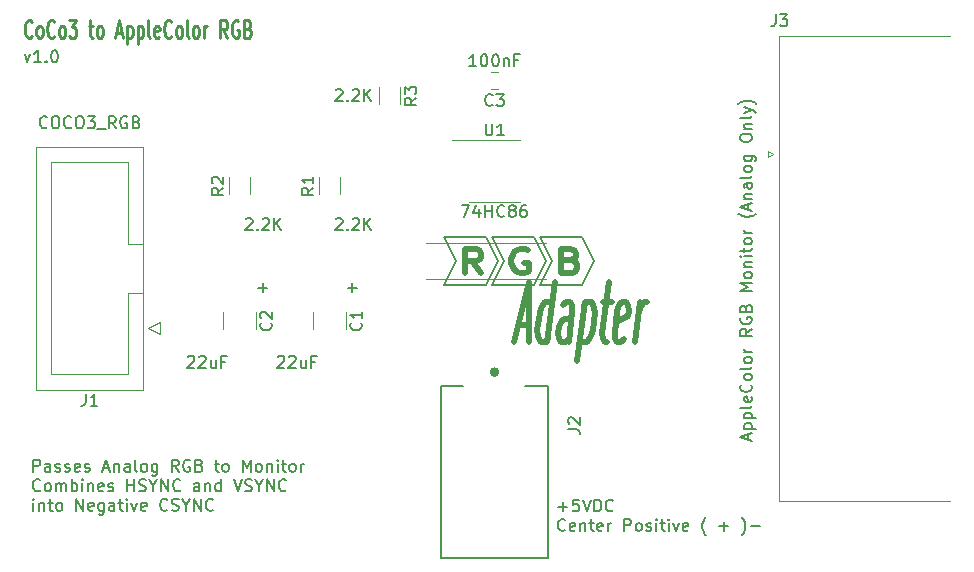
<source format=gto>
G04 #@! TF.GenerationSoftware,KiCad,Pcbnew,(5.1.10)-1*
G04 #@! TF.CreationDate,2021-08-27T17:33:28-04:00*
G04 #@! TF.ProjectId,Coco3AppleRGB,436f636f-3341-4707-906c-655247422e6b,rev?*
G04 #@! TF.SameCoordinates,Original*
G04 #@! TF.FileFunction,Legend,Top*
G04 #@! TF.FilePolarity,Positive*
%FSLAX46Y46*%
G04 Gerber Fmt 4.6, Leading zero omitted, Abs format (unit mm)*
G04 Created by KiCad (PCBNEW (5.1.10)-1) date 2021-08-27 17:33:28*
%MOMM*%
%LPD*%
G01*
G04 APERTURE LIST*
%ADD10C,0.120000*%
%ADD11C,0.500000*%
%ADD12C,0.200000*%
%ADD13C,0.150000*%
%ADD14C,0.250000*%
%ADD15C,0.127000*%
%ADD16C,0.400000*%
G04 APERTURE END LIST*
D10*
X91948000Y-103124000D02*
X81788000Y-103124000D01*
X91948000Y-100076000D02*
X81788000Y-100076000D01*
D11*
X89607440Y-107005333D02*
X90559821Y-107005333D01*
X89238392Y-108433904D02*
X90530059Y-103433904D01*
X90571726Y-108433904D01*
X92095535Y-108433904D02*
X92720535Y-103433904D01*
X92125297Y-108195809D02*
X91905059Y-108433904D01*
X91524107Y-108433904D01*
X91363392Y-108195809D01*
X91297916Y-107957714D01*
X91262202Y-107481523D01*
X91440773Y-106052952D01*
X91595535Y-105576761D01*
X91720535Y-105338666D01*
X91940773Y-105100571D01*
X92321726Y-105100571D01*
X92482440Y-105338666D01*
X93905059Y-108433904D02*
X94232440Y-105814857D01*
X94196726Y-105338666D01*
X94036011Y-105100571D01*
X93655059Y-105100571D01*
X93434821Y-105338666D01*
X93934821Y-108195809D02*
X93714583Y-108433904D01*
X93238392Y-108433904D01*
X93077678Y-108195809D01*
X93041964Y-107719619D01*
X93101488Y-107243428D01*
X93256250Y-106767238D01*
X93476488Y-106529142D01*
X93952678Y-106529142D01*
X94172916Y-106291047D01*
X95274107Y-105100571D02*
X94649107Y-110100571D01*
X95244345Y-105338666D02*
X95464583Y-105100571D01*
X95845535Y-105100571D01*
X96006250Y-105338666D01*
X96071726Y-105576761D01*
X96107440Y-106052952D01*
X95928869Y-107481523D01*
X95774107Y-107957714D01*
X95649107Y-108195809D01*
X95428869Y-108433904D01*
X95047916Y-108433904D01*
X94887202Y-108195809D01*
X96797916Y-105100571D02*
X97559821Y-105100571D01*
X97291964Y-103433904D02*
X96756250Y-107719619D01*
X96791964Y-108195809D01*
X96952678Y-108433904D01*
X97143154Y-108433904D01*
X98601488Y-108195809D02*
X98381250Y-108433904D01*
X98000297Y-108433904D01*
X97839583Y-108195809D01*
X97803869Y-107719619D01*
X98041964Y-105814857D01*
X98196726Y-105338666D01*
X98416964Y-105100571D01*
X98797916Y-105100571D01*
X98958630Y-105338666D01*
X98994345Y-105814857D01*
X98934821Y-106291047D01*
X97922916Y-106767238D01*
X99524107Y-108433904D02*
X99940773Y-105100571D01*
X99821726Y-106052952D02*
X99976488Y-105576761D01*
X100101488Y-105338666D01*
X100321726Y-105100571D01*
X100512202Y-105100571D01*
X94058571Y-101557142D02*
X94415714Y-101652380D01*
X94534761Y-101747619D01*
X94653809Y-101938095D01*
X94653809Y-102223809D01*
X94534761Y-102414285D01*
X94415714Y-102509523D01*
X94177619Y-102604761D01*
X93225238Y-102604761D01*
X93225238Y-100604761D01*
X94058571Y-100604761D01*
X94296666Y-100700000D01*
X94415714Y-100795238D01*
X94534761Y-100985714D01*
X94534761Y-101176190D01*
X94415714Y-101366666D01*
X94296666Y-101461904D01*
X94058571Y-101557142D01*
X93225238Y-101557142D01*
X90470761Y-100700000D02*
X90232666Y-100604761D01*
X89875523Y-100604761D01*
X89518380Y-100700000D01*
X89280285Y-100890476D01*
X89161238Y-101080952D01*
X89042190Y-101461904D01*
X89042190Y-101747619D01*
X89161238Y-102128571D01*
X89280285Y-102319047D01*
X89518380Y-102509523D01*
X89875523Y-102604761D01*
X90113619Y-102604761D01*
X90470761Y-102509523D01*
X90589809Y-102414285D01*
X90589809Y-101747619D01*
X90113619Y-101747619D01*
X86525809Y-102604761D02*
X85692476Y-101652380D01*
X85097238Y-102604761D02*
X85097238Y-100604761D01*
X86049619Y-100604761D01*
X86287714Y-100700000D01*
X86406761Y-100795238D01*
X86525809Y-100985714D01*
X86525809Y-101271428D01*
X86406761Y-101461904D01*
X86287714Y-101557142D01*
X86049619Y-101652380D01*
X85097238Y-101652380D01*
D12*
X94996000Y-103632000D02*
X91440000Y-103632000D01*
X96012000Y-101600000D02*
X94996000Y-103632000D01*
X94996000Y-99568000D02*
X96012000Y-101600000D01*
X94488000Y-99568000D02*
X94996000Y-99568000D01*
X91440000Y-99568000D02*
X94488000Y-99568000D01*
X92456000Y-101600000D02*
X91440000Y-99568000D01*
X91440000Y-103632000D02*
X92456000Y-101600000D01*
X90932000Y-99568000D02*
X87376000Y-99568000D01*
X91948000Y-101600000D02*
X90932000Y-99568000D01*
X90932000Y-103632000D02*
X91948000Y-101600000D01*
X87376000Y-103632000D02*
X90932000Y-103632000D01*
X88392000Y-101600000D02*
X87376000Y-103632000D01*
X87376000Y-99568000D02*
X88392000Y-101600000D01*
X84328000Y-101600000D02*
X83312000Y-99568000D01*
X83312000Y-103632000D02*
X84328000Y-101600000D01*
X86868000Y-103632000D02*
X83312000Y-103632000D01*
X87884000Y-101600000D02*
X86868000Y-103632000D01*
X86868000Y-99568000D02*
X87884000Y-101600000D01*
X83312000Y-99568000D02*
X86868000Y-99568000D01*
D13*
X109132666Y-116742952D02*
X109132666Y-116266761D01*
X109418380Y-116838190D02*
X108418380Y-116504857D01*
X109418380Y-116171523D01*
X108751714Y-115838190D02*
X109751714Y-115838190D01*
X108799333Y-115838190D02*
X108751714Y-115742952D01*
X108751714Y-115552476D01*
X108799333Y-115457238D01*
X108846952Y-115409619D01*
X108942190Y-115362000D01*
X109227904Y-115362000D01*
X109323142Y-115409619D01*
X109370761Y-115457238D01*
X109418380Y-115552476D01*
X109418380Y-115742952D01*
X109370761Y-115838190D01*
X108751714Y-114933428D02*
X109751714Y-114933428D01*
X108799333Y-114933428D02*
X108751714Y-114838190D01*
X108751714Y-114647714D01*
X108799333Y-114552476D01*
X108846952Y-114504857D01*
X108942190Y-114457238D01*
X109227904Y-114457238D01*
X109323142Y-114504857D01*
X109370761Y-114552476D01*
X109418380Y-114647714D01*
X109418380Y-114838190D01*
X109370761Y-114933428D01*
X109418380Y-113885809D02*
X109370761Y-113981047D01*
X109275523Y-114028666D01*
X108418380Y-114028666D01*
X109370761Y-113123904D02*
X109418380Y-113219142D01*
X109418380Y-113409619D01*
X109370761Y-113504857D01*
X109275523Y-113552476D01*
X108894571Y-113552476D01*
X108799333Y-113504857D01*
X108751714Y-113409619D01*
X108751714Y-113219142D01*
X108799333Y-113123904D01*
X108894571Y-113076285D01*
X108989809Y-113076285D01*
X109085047Y-113552476D01*
X109323142Y-112076285D02*
X109370761Y-112123904D01*
X109418380Y-112266761D01*
X109418380Y-112362000D01*
X109370761Y-112504857D01*
X109275523Y-112600095D01*
X109180285Y-112647714D01*
X108989809Y-112695333D01*
X108846952Y-112695333D01*
X108656476Y-112647714D01*
X108561238Y-112600095D01*
X108466000Y-112504857D01*
X108418380Y-112362000D01*
X108418380Y-112266761D01*
X108466000Y-112123904D01*
X108513619Y-112076285D01*
X109418380Y-111504857D02*
X109370761Y-111600095D01*
X109323142Y-111647714D01*
X109227904Y-111695333D01*
X108942190Y-111695333D01*
X108846952Y-111647714D01*
X108799333Y-111600095D01*
X108751714Y-111504857D01*
X108751714Y-111362000D01*
X108799333Y-111266761D01*
X108846952Y-111219142D01*
X108942190Y-111171523D01*
X109227904Y-111171523D01*
X109323142Y-111219142D01*
X109370761Y-111266761D01*
X109418380Y-111362000D01*
X109418380Y-111504857D01*
X109418380Y-110600095D02*
X109370761Y-110695333D01*
X109275523Y-110742952D01*
X108418380Y-110742952D01*
X109418380Y-110076285D02*
X109370761Y-110171523D01*
X109323142Y-110219142D01*
X109227904Y-110266761D01*
X108942190Y-110266761D01*
X108846952Y-110219142D01*
X108799333Y-110171523D01*
X108751714Y-110076285D01*
X108751714Y-109933428D01*
X108799333Y-109838190D01*
X108846952Y-109790571D01*
X108942190Y-109742952D01*
X109227904Y-109742952D01*
X109323142Y-109790571D01*
X109370761Y-109838190D01*
X109418380Y-109933428D01*
X109418380Y-110076285D01*
X109418380Y-109314380D02*
X108751714Y-109314380D01*
X108942190Y-109314380D02*
X108846952Y-109266761D01*
X108799333Y-109219142D01*
X108751714Y-109123904D01*
X108751714Y-109028666D01*
X109418380Y-107362000D02*
X108942190Y-107695333D01*
X109418380Y-107933428D02*
X108418380Y-107933428D01*
X108418380Y-107552476D01*
X108466000Y-107457238D01*
X108513619Y-107409619D01*
X108608857Y-107362000D01*
X108751714Y-107362000D01*
X108846952Y-107409619D01*
X108894571Y-107457238D01*
X108942190Y-107552476D01*
X108942190Y-107933428D01*
X108466000Y-106409619D02*
X108418380Y-106504857D01*
X108418380Y-106647714D01*
X108466000Y-106790571D01*
X108561238Y-106885809D01*
X108656476Y-106933428D01*
X108846952Y-106981047D01*
X108989809Y-106981047D01*
X109180285Y-106933428D01*
X109275523Y-106885809D01*
X109370761Y-106790571D01*
X109418380Y-106647714D01*
X109418380Y-106552476D01*
X109370761Y-106409619D01*
X109323142Y-106362000D01*
X108989809Y-106362000D01*
X108989809Y-106552476D01*
X108894571Y-105600095D02*
X108942190Y-105457238D01*
X108989809Y-105409619D01*
X109085047Y-105362000D01*
X109227904Y-105362000D01*
X109323142Y-105409619D01*
X109370761Y-105457238D01*
X109418380Y-105552476D01*
X109418380Y-105933428D01*
X108418380Y-105933428D01*
X108418380Y-105600095D01*
X108466000Y-105504857D01*
X108513619Y-105457238D01*
X108608857Y-105409619D01*
X108704095Y-105409619D01*
X108799333Y-105457238D01*
X108846952Y-105504857D01*
X108894571Y-105600095D01*
X108894571Y-105933428D01*
X109418380Y-104171523D02*
X108418380Y-104171523D01*
X109132666Y-103838190D01*
X108418380Y-103504857D01*
X109418380Y-103504857D01*
X109418380Y-102885809D02*
X109370761Y-102981047D01*
X109323142Y-103028666D01*
X109227904Y-103076285D01*
X108942190Y-103076285D01*
X108846952Y-103028666D01*
X108799333Y-102981047D01*
X108751714Y-102885809D01*
X108751714Y-102742952D01*
X108799333Y-102647714D01*
X108846952Y-102600095D01*
X108942190Y-102552476D01*
X109227904Y-102552476D01*
X109323142Y-102600095D01*
X109370761Y-102647714D01*
X109418380Y-102742952D01*
X109418380Y-102885809D01*
X108751714Y-102123904D02*
X109418380Y-102123904D01*
X108846952Y-102123904D02*
X108799333Y-102076285D01*
X108751714Y-101981047D01*
X108751714Y-101838190D01*
X108799333Y-101742952D01*
X108894571Y-101695333D01*
X109418380Y-101695333D01*
X109418380Y-101219142D02*
X108751714Y-101219142D01*
X108418380Y-101219142D02*
X108466000Y-101266761D01*
X108513619Y-101219142D01*
X108466000Y-101171523D01*
X108418380Y-101219142D01*
X108513619Y-101219142D01*
X108751714Y-100885809D02*
X108751714Y-100504857D01*
X108418380Y-100742952D02*
X109275523Y-100742952D01*
X109370761Y-100695333D01*
X109418380Y-100600095D01*
X109418380Y-100504857D01*
X109418380Y-100028666D02*
X109370761Y-100123904D01*
X109323142Y-100171523D01*
X109227904Y-100219142D01*
X108942190Y-100219142D01*
X108846952Y-100171523D01*
X108799333Y-100123904D01*
X108751714Y-100028666D01*
X108751714Y-99885809D01*
X108799333Y-99790571D01*
X108846952Y-99742952D01*
X108942190Y-99695333D01*
X109227904Y-99695333D01*
X109323142Y-99742952D01*
X109370761Y-99790571D01*
X109418380Y-99885809D01*
X109418380Y-100028666D01*
X109418380Y-99266761D02*
X108751714Y-99266761D01*
X108942190Y-99266761D02*
X108846952Y-99219142D01*
X108799333Y-99171523D01*
X108751714Y-99076285D01*
X108751714Y-98981047D01*
X109799333Y-97600095D02*
X109751714Y-97647714D01*
X109608857Y-97742952D01*
X109513619Y-97790571D01*
X109370761Y-97838190D01*
X109132666Y-97885809D01*
X108942190Y-97885809D01*
X108704095Y-97838190D01*
X108561238Y-97790571D01*
X108466000Y-97742952D01*
X108323142Y-97647714D01*
X108275523Y-97600095D01*
X109132666Y-97266761D02*
X109132666Y-96790571D01*
X109418380Y-97362000D02*
X108418380Y-97028666D01*
X109418380Y-96695333D01*
X108751714Y-96362000D02*
X109418380Y-96362000D01*
X108846952Y-96362000D02*
X108799333Y-96314380D01*
X108751714Y-96219142D01*
X108751714Y-96076285D01*
X108799333Y-95981047D01*
X108894571Y-95933428D01*
X109418380Y-95933428D01*
X109418380Y-95028666D02*
X108894571Y-95028666D01*
X108799333Y-95076285D01*
X108751714Y-95171523D01*
X108751714Y-95362000D01*
X108799333Y-95457238D01*
X109370761Y-95028666D02*
X109418380Y-95123904D01*
X109418380Y-95362000D01*
X109370761Y-95457238D01*
X109275523Y-95504857D01*
X109180285Y-95504857D01*
X109085047Y-95457238D01*
X109037428Y-95362000D01*
X109037428Y-95123904D01*
X108989809Y-95028666D01*
X109418380Y-94409619D02*
X109370761Y-94504857D01*
X109275523Y-94552476D01*
X108418380Y-94552476D01*
X109418380Y-93885809D02*
X109370761Y-93981047D01*
X109323142Y-94028666D01*
X109227904Y-94076285D01*
X108942190Y-94076285D01*
X108846952Y-94028666D01*
X108799333Y-93981047D01*
X108751714Y-93885809D01*
X108751714Y-93742952D01*
X108799333Y-93647714D01*
X108846952Y-93600095D01*
X108942190Y-93552476D01*
X109227904Y-93552476D01*
X109323142Y-93600095D01*
X109370761Y-93647714D01*
X109418380Y-93742952D01*
X109418380Y-93885809D01*
X108751714Y-92695333D02*
X109561238Y-92695333D01*
X109656476Y-92742952D01*
X109704095Y-92790571D01*
X109751714Y-92885809D01*
X109751714Y-93028666D01*
X109704095Y-93123904D01*
X109370761Y-92695333D02*
X109418380Y-92790571D01*
X109418380Y-92981047D01*
X109370761Y-93076285D01*
X109323142Y-93123904D01*
X109227904Y-93171523D01*
X108942190Y-93171523D01*
X108846952Y-93123904D01*
X108799333Y-93076285D01*
X108751714Y-92981047D01*
X108751714Y-92790571D01*
X108799333Y-92695333D01*
X108418380Y-91266761D02*
X108418380Y-91076285D01*
X108466000Y-90981047D01*
X108561238Y-90885809D01*
X108751714Y-90838190D01*
X109085047Y-90838190D01*
X109275523Y-90885809D01*
X109370761Y-90981047D01*
X109418380Y-91076285D01*
X109418380Y-91266761D01*
X109370761Y-91362000D01*
X109275523Y-91457238D01*
X109085047Y-91504857D01*
X108751714Y-91504857D01*
X108561238Y-91457238D01*
X108466000Y-91362000D01*
X108418380Y-91266761D01*
X108751714Y-90409619D02*
X109418380Y-90409619D01*
X108846952Y-90409619D02*
X108799333Y-90362000D01*
X108751714Y-90266761D01*
X108751714Y-90123904D01*
X108799333Y-90028666D01*
X108894571Y-89981047D01*
X109418380Y-89981047D01*
X109418380Y-89362000D02*
X109370761Y-89457238D01*
X109275523Y-89504857D01*
X108418380Y-89504857D01*
X108751714Y-89076285D02*
X109418380Y-88838190D01*
X108751714Y-88600095D02*
X109418380Y-88838190D01*
X109656476Y-88933428D01*
X109704095Y-88981047D01*
X109751714Y-89076285D01*
X109799333Y-88314380D02*
X109751714Y-88266761D01*
X109608857Y-88171523D01*
X109513619Y-88123904D01*
X109370761Y-88076285D01*
X109132666Y-88028666D01*
X108942190Y-88028666D01*
X108704095Y-88076285D01*
X108561238Y-88123904D01*
X108466000Y-88171523D01*
X108323142Y-88266761D01*
X108275523Y-88314380D01*
X93045595Y-122436428D02*
X93807500Y-122436428D01*
X93426547Y-122817380D02*
X93426547Y-122055476D01*
X94759880Y-121817380D02*
X94283690Y-121817380D01*
X94236071Y-122293571D01*
X94283690Y-122245952D01*
X94378928Y-122198333D01*
X94617023Y-122198333D01*
X94712261Y-122245952D01*
X94759880Y-122293571D01*
X94807500Y-122388809D01*
X94807500Y-122626904D01*
X94759880Y-122722142D01*
X94712261Y-122769761D01*
X94617023Y-122817380D01*
X94378928Y-122817380D01*
X94283690Y-122769761D01*
X94236071Y-122722142D01*
X95093214Y-121817380D02*
X95426547Y-122817380D01*
X95759880Y-121817380D01*
X96093214Y-122817380D02*
X96093214Y-121817380D01*
X96331309Y-121817380D01*
X96474166Y-121865000D01*
X96569404Y-121960238D01*
X96617023Y-122055476D01*
X96664642Y-122245952D01*
X96664642Y-122388809D01*
X96617023Y-122579285D01*
X96569404Y-122674523D01*
X96474166Y-122769761D01*
X96331309Y-122817380D01*
X96093214Y-122817380D01*
X97664642Y-122722142D02*
X97617023Y-122769761D01*
X97474166Y-122817380D01*
X97378928Y-122817380D01*
X97236071Y-122769761D01*
X97140833Y-122674523D01*
X97093214Y-122579285D01*
X97045595Y-122388809D01*
X97045595Y-122245952D01*
X97093214Y-122055476D01*
X97140833Y-121960238D01*
X97236071Y-121865000D01*
X97378928Y-121817380D01*
X97474166Y-121817380D01*
X97617023Y-121865000D01*
X97664642Y-121912619D01*
X93617023Y-124372142D02*
X93569404Y-124419761D01*
X93426547Y-124467380D01*
X93331309Y-124467380D01*
X93188452Y-124419761D01*
X93093214Y-124324523D01*
X93045595Y-124229285D01*
X92997976Y-124038809D01*
X92997976Y-123895952D01*
X93045595Y-123705476D01*
X93093214Y-123610238D01*
X93188452Y-123515000D01*
X93331309Y-123467380D01*
X93426547Y-123467380D01*
X93569404Y-123515000D01*
X93617023Y-123562619D01*
X94426547Y-124419761D02*
X94331309Y-124467380D01*
X94140833Y-124467380D01*
X94045595Y-124419761D01*
X93997976Y-124324523D01*
X93997976Y-123943571D01*
X94045595Y-123848333D01*
X94140833Y-123800714D01*
X94331309Y-123800714D01*
X94426547Y-123848333D01*
X94474166Y-123943571D01*
X94474166Y-124038809D01*
X93997976Y-124134047D01*
X94902738Y-123800714D02*
X94902738Y-124467380D01*
X94902738Y-123895952D02*
X94950357Y-123848333D01*
X95045595Y-123800714D01*
X95188452Y-123800714D01*
X95283690Y-123848333D01*
X95331309Y-123943571D01*
X95331309Y-124467380D01*
X95664642Y-123800714D02*
X96045595Y-123800714D01*
X95807500Y-123467380D02*
X95807500Y-124324523D01*
X95855119Y-124419761D01*
X95950357Y-124467380D01*
X96045595Y-124467380D01*
X96759880Y-124419761D02*
X96664642Y-124467380D01*
X96474166Y-124467380D01*
X96378928Y-124419761D01*
X96331309Y-124324523D01*
X96331309Y-123943571D01*
X96378928Y-123848333D01*
X96474166Y-123800714D01*
X96664642Y-123800714D01*
X96759880Y-123848333D01*
X96807500Y-123943571D01*
X96807500Y-124038809D01*
X96331309Y-124134047D01*
X97236071Y-124467380D02*
X97236071Y-123800714D01*
X97236071Y-123991190D02*
X97283690Y-123895952D01*
X97331309Y-123848333D01*
X97426547Y-123800714D01*
X97521785Y-123800714D01*
X98617023Y-124467380D02*
X98617023Y-123467380D01*
X98997976Y-123467380D01*
X99093214Y-123515000D01*
X99140833Y-123562619D01*
X99188452Y-123657857D01*
X99188452Y-123800714D01*
X99140833Y-123895952D01*
X99093214Y-123943571D01*
X98997976Y-123991190D01*
X98617023Y-123991190D01*
X99759880Y-124467380D02*
X99664642Y-124419761D01*
X99617023Y-124372142D01*
X99569404Y-124276904D01*
X99569404Y-123991190D01*
X99617023Y-123895952D01*
X99664642Y-123848333D01*
X99759880Y-123800714D01*
X99902738Y-123800714D01*
X99997976Y-123848333D01*
X100045595Y-123895952D01*
X100093214Y-123991190D01*
X100093214Y-124276904D01*
X100045595Y-124372142D01*
X99997976Y-124419761D01*
X99902738Y-124467380D01*
X99759880Y-124467380D01*
X100474166Y-124419761D02*
X100569404Y-124467380D01*
X100759880Y-124467380D01*
X100855119Y-124419761D01*
X100902738Y-124324523D01*
X100902738Y-124276904D01*
X100855119Y-124181666D01*
X100759880Y-124134047D01*
X100617023Y-124134047D01*
X100521785Y-124086428D01*
X100474166Y-123991190D01*
X100474166Y-123943571D01*
X100521785Y-123848333D01*
X100617023Y-123800714D01*
X100759880Y-123800714D01*
X100855119Y-123848333D01*
X101331309Y-124467380D02*
X101331309Y-123800714D01*
X101331309Y-123467380D02*
X101283690Y-123515000D01*
X101331309Y-123562619D01*
X101378928Y-123515000D01*
X101331309Y-123467380D01*
X101331309Y-123562619D01*
X101664642Y-123800714D02*
X102045595Y-123800714D01*
X101807500Y-123467380D02*
X101807500Y-124324523D01*
X101855119Y-124419761D01*
X101950357Y-124467380D01*
X102045595Y-124467380D01*
X102378928Y-124467380D02*
X102378928Y-123800714D01*
X102378928Y-123467380D02*
X102331309Y-123515000D01*
X102378928Y-123562619D01*
X102426547Y-123515000D01*
X102378928Y-123467380D01*
X102378928Y-123562619D01*
X102759880Y-123800714D02*
X102997976Y-124467380D01*
X103236071Y-123800714D01*
X103997976Y-124419761D02*
X103902738Y-124467380D01*
X103712261Y-124467380D01*
X103617023Y-124419761D01*
X103569404Y-124324523D01*
X103569404Y-123943571D01*
X103617023Y-123848333D01*
X103712261Y-123800714D01*
X103902738Y-123800714D01*
X103997976Y-123848333D01*
X104045595Y-123943571D01*
X104045595Y-124038809D01*
X103569404Y-124134047D01*
X105521785Y-124848333D02*
X105474166Y-124800714D01*
X105378928Y-124657857D01*
X105331309Y-124562619D01*
X105283690Y-124419761D01*
X105236071Y-124181666D01*
X105236071Y-123991190D01*
X105283690Y-123753095D01*
X105331309Y-123610238D01*
X105378928Y-123515000D01*
X105474166Y-123372142D01*
X105521785Y-123324523D01*
X106664642Y-124086428D02*
X107426547Y-124086428D01*
X107045595Y-124467380D02*
X107045595Y-123705476D01*
X108569404Y-124848333D02*
X108617023Y-124800714D01*
X108712261Y-124657857D01*
X108759880Y-124562619D01*
X108807500Y-124419761D01*
X108855119Y-124181666D01*
X108855119Y-123991190D01*
X108807500Y-123753095D01*
X108759880Y-123610238D01*
X108712261Y-123515000D01*
X108617023Y-123372142D01*
X108569404Y-123324523D01*
X109331309Y-124086428D02*
X110093214Y-124086428D01*
X48595595Y-119452380D02*
X48595595Y-118452380D01*
X48976547Y-118452380D01*
X49071785Y-118500000D01*
X49119404Y-118547619D01*
X49167023Y-118642857D01*
X49167023Y-118785714D01*
X49119404Y-118880952D01*
X49071785Y-118928571D01*
X48976547Y-118976190D01*
X48595595Y-118976190D01*
X50024166Y-119452380D02*
X50024166Y-118928571D01*
X49976547Y-118833333D01*
X49881309Y-118785714D01*
X49690833Y-118785714D01*
X49595595Y-118833333D01*
X50024166Y-119404761D02*
X49928928Y-119452380D01*
X49690833Y-119452380D01*
X49595595Y-119404761D01*
X49547976Y-119309523D01*
X49547976Y-119214285D01*
X49595595Y-119119047D01*
X49690833Y-119071428D01*
X49928928Y-119071428D01*
X50024166Y-119023809D01*
X50452738Y-119404761D02*
X50547976Y-119452380D01*
X50738452Y-119452380D01*
X50833690Y-119404761D01*
X50881309Y-119309523D01*
X50881309Y-119261904D01*
X50833690Y-119166666D01*
X50738452Y-119119047D01*
X50595595Y-119119047D01*
X50500357Y-119071428D01*
X50452738Y-118976190D01*
X50452738Y-118928571D01*
X50500357Y-118833333D01*
X50595595Y-118785714D01*
X50738452Y-118785714D01*
X50833690Y-118833333D01*
X51262261Y-119404761D02*
X51357500Y-119452380D01*
X51547976Y-119452380D01*
X51643214Y-119404761D01*
X51690833Y-119309523D01*
X51690833Y-119261904D01*
X51643214Y-119166666D01*
X51547976Y-119119047D01*
X51405119Y-119119047D01*
X51309880Y-119071428D01*
X51262261Y-118976190D01*
X51262261Y-118928571D01*
X51309880Y-118833333D01*
X51405119Y-118785714D01*
X51547976Y-118785714D01*
X51643214Y-118833333D01*
X52500357Y-119404761D02*
X52405119Y-119452380D01*
X52214642Y-119452380D01*
X52119404Y-119404761D01*
X52071785Y-119309523D01*
X52071785Y-118928571D01*
X52119404Y-118833333D01*
X52214642Y-118785714D01*
X52405119Y-118785714D01*
X52500357Y-118833333D01*
X52547976Y-118928571D01*
X52547976Y-119023809D01*
X52071785Y-119119047D01*
X52928928Y-119404761D02*
X53024166Y-119452380D01*
X53214642Y-119452380D01*
X53309880Y-119404761D01*
X53357500Y-119309523D01*
X53357500Y-119261904D01*
X53309880Y-119166666D01*
X53214642Y-119119047D01*
X53071785Y-119119047D01*
X52976547Y-119071428D01*
X52928928Y-118976190D01*
X52928928Y-118928571D01*
X52976547Y-118833333D01*
X53071785Y-118785714D01*
X53214642Y-118785714D01*
X53309880Y-118833333D01*
X54500357Y-119166666D02*
X54976547Y-119166666D01*
X54405119Y-119452380D02*
X54738452Y-118452380D01*
X55071785Y-119452380D01*
X55405119Y-118785714D02*
X55405119Y-119452380D01*
X55405119Y-118880952D02*
X55452738Y-118833333D01*
X55547976Y-118785714D01*
X55690833Y-118785714D01*
X55786071Y-118833333D01*
X55833690Y-118928571D01*
X55833690Y-119452380D01*
X56738452Y-119452380D02*
X56738452Y-118928571D01*
X56690833Y-118833333D01*
X56595595Y-118785714D01*
X56405119Y-118785714D01*
X56309880Y-118833333D01*
X56738452Y-119404761D02*
X56643214Y-119452380D01*
X56405119Y-119452380D01*
X56309880Y-119404761D01*
X56262261Y-119309523D01*
X56262261Y-119214285D01*
X56309880Y-119119047D01*
X56405119Y-119071428D01*
X56643214Y-119071428D01*
X56738452Y-119023809D01*
X57357500Y-119452380D02*
X57262261Y-119404761D01*
X57214642Y-119309523D01*
X57214642Y-118452380D01*
X57881309Y-119452380D02*
X57786071Y-119404761D01*
X57738452Y-119357142D01*
X57690833Y-119261904D01*
X57690833Y-118976190D01*
X57738452Y-118880952D01*
X57786071Y-118833333D01*
X57881309Y-118785714D01*
X58024166Y-118785714D01*
X58119404Y-118833333D01*
X58167023Y-118880952D01*
X58214642Y-118976190D01*
X58214642Y-119261904D01*
X58167023Y-119357142D01*
X58119404Y-119404761D01*
X58024166Y-119452380D01*
X57881309Y-119452380D01*
X59071785Y-118785714D02*
X59071785Y-119595238D01*
X59024166Y-119690476D01*
X58976547Y-119738095D01*
X58881309Y-119785714D01*
X58738452Y-119785714D01*
X58643214Y-119738095D01*
X59071785Y-119404761D02*
X58976547Y-119452380D01*
X58786071Y-119452380D01*
X58690833Y-119404761D01*
X58643214Y-119357142D01*
X58595595Y-119261904D01*
X58595595Y-118976190D01*
X58643214Y-118880952D01*
X58690833Y-118833333D01*
X58786071Y-118785714D01*
X58976547Y-118785714D01*
X59071785Y-118833333D01*
X60881309Y-119452380D02*
X60547976Y-118976190D01*
X60309880Y-119452380D02*
X60309880Y-118452380D01*
X60690833Y-118452380D01*
X60786071Y-118500000D01*
X60833690Y-118547619D01*
X60881309Y-118642857D01*
X60881309Y-118785714D01*
X60833690Y-118880952D01*
X60786071Y-118928571D01*
X60690833Y-118976190D01*
X60309880Y-118976190D01*
X61833690Y-118500000D02*
X61738452Y-118452380D01*
X61595595Y-118452380D01*
X61452738Y-118500000D01*
X61357500Y-118595238D01*
X61309880Y-118690476D01*
X61262261Y-118880952D01*
X61262261Y-119023809D01*
X61309880Y-119214285D01*
X61357500Y-119309523D01*
X61452738Y-119404761D01*
X61595595Y-119452380D01*
X61690833Y-119452380D01*
X61833690Y-119404761D01*
X61881309Y-119357142D01*
X61881309Y-119023809D01*
X61690833Y-119023809D01*
X62643214Y-118928571D02*
X62786071Y-118976190D01*
X62833690Y-119023809D01*
X62881309Y-119119047D01*
X62881309Y-119261904D01*
X62833690Y-119357142D01*
X62786071Y-119404761D01*
X62690833Y-119452380D01*
X62309880Y-119452380D01*
X62309880Y-118452380D01*
X62643214Y-118452380D01*
X62738452Y-118500000D01*
X62786071Y-118547619D01*
X62833690Y-118642857D01*
X62833690Y-118738095D01*
X62786071Y-118833333D01*
X62738452Y-118880952D01*
X62643214Y-118928571D01*
X62309880Y-118928571D01*
X63928928Y-118785714D02*
X64309880Y-118785714D01*
X64071785Y-118452380D02*
X64071785Y-119309523D01*
X64119404Y-119404761D01*
X64214642Y-119452380D01*
X64309880Y-119452380D01*
X64786071Y-119452380D02*
X64690833Y-119404761D01*
X64643214Y-119357142D01*
X64595595Y-119261904D01*
X64595595Y-118976190D01*
X64643214Y-118880952D01*
X64690833Y-118833333D01*
X64786071Y-118785714D01*
X64928928Y-118785714D01*
X65024166Y-118833333D01*
X65071785Y-118880952D01*
X65119404Y-118976190D01*
X65119404Y-119261904D01*
X65071785Y-119357142D01*
X65024166Y-119404761D01*
X64928928Y-119452380D01*
X64786071Y-119452380D01*
X66309880Y-119452380D02*
X66309880Y-118452380D01*
X66643214Y-119166666D01*
X66976547Y-118452380D01*
X66976547Y-119452380D01*
X67595595Y-119452380D02*
X67500357Y-119404761D01*
X67452738Y-119357142D01*
X67405119Y-119261904D01*
X67405119Y-118976190D01*
X67452738Y-118880952D01*
X67500357Y-118833333D01*
X67595595Y-118785714D01*
X67738452Y-118785714D01*
X67833690Y-118833333D01*
X67881309Y-118880952D01*
X67928928Y-118976190D01*
X67928928Y-119261904D01*
X67881309Y-119357142D01*
X67833690Y-119404761D01*
X67738452Y-119452380D01*
X67595595Y-119452380D01*
X68357500Y-118785714D02*
X68357500Y-119452380D01*
X68357500Y-118880952D02*
X68405119Y-118833333D01*
X68500357Y-118785714D01*
X68643214Y-118785714D01*
X68738452Y-118833333D01*
X68786071Y-118928571D01*
X68786071Y-119452380D01*
X69262261Y-119452380D02*
X69262261Y-118785714D01*
X69262261Y-118452380D02*
X69214642Y-118500000D01*
X69262261Y-118547619D01*
X69309880Y-118500000D01*
X69262261Y-118452380D01*
X69262261Y-118547619D01*
X69595595Y-118785714D02*
X69976547Y-118785714D01*
X69738452Y-118452380D02*
X69738452Y-119309523D01*
X69786071Y-119404761D01*
X69881309Y-119452380D01*
X69976547Y-119452380D01*
X70452738Y-119452380D02*
X70357500Y-119404761D01*
X70309880Y-119357142D01*
X70262261Y-119261904D01*
X70262261Y-118976190D01*
X70309880Y-118880952D01*
X70357500Y-118833333D01*
X70452738Y-118785714D01*
X70595595Y-118785714D01*
X70690833Y-118833333D01*
X70738452Y-118880952D01*
X70786071Y-118976190D01*
X70786071Y-119261904D01*
X70738452Y-119357142D01*
X70690833Y-119404761D01*
X70595595Y-119452380D01*
X70452738Y-119452380D01*
X71214642Y-119452380D02*
X71214642Y-118785714D01*
X71214642Y-118976190D02*
X71262261Y-118880952D01*
X71309880Y-118833333D01*
X71405119Y-118785714D01*
X71500357Y-118785714D01*
X49167023Y-121007142D02*
X49119404Y-121054761D01*
X48976547Y-121102380D01*
X48881309Y-121102380D01*
X48738452Y-121054761D01*
X48643214Y-120959523D01*
X48595595Y-120864285D01*
X48547976Y-120673809D01*
X48547976Y-120530952D01*
X48595595Y-120340476D01*
X48643214Y-120245238D01*
X48738452Y-120150000D01*
X48881309Y-120102380D01*
X48976547Y-120102380D01*
X49119404Y-120150000D01*
X49167023Y-120197619D01*
X49738452Y-121102380D02*
X49643214Y-121054761D01*
X49595595Y-121007142D01*
X49547976Y-120911904D01*
X49547976Y-120626190D01*
X49595595Y-120530952D01*
X49643214Y-120483333D01*
X49738452Y-120435714D01*
X49881309Y-120435714D01*
X49976547Y-120483333D01*
X50024166Y-120530952D01*
X50071785Y-120626190D01*
X50071785Y-120911904D01*
X50024166Y-121007142D01*
X49976547Y-121054761D01*
X49881309Y-121102380D01*
X49738452Y-121102380D01*
X50500357Y-121102380D02*
X50500357Y-120435714D01*
X50500357Y-120530952D02*
X50547976Y-120483333D01*
X50643214Y-120435714D01*
X50786071Y-120435714D01*
X50881309Y-120483333D01*
X50928928Y-120578571D01*
X50928928Y-121102380D01*
X50928928Y-120578571D02*
X50976547Y-120483333D01*
X51071785Y-120435714D01*
X51214642Y-120435714D01*
X51309880Y-120483333D01*
X51357500Y-120578571D01*
X51357500Y-121102380D01*
X51833690Y-121102380D02*
X51833690Y-120102380D01*
X51833690Y-120483333D02*
X51928928Y-120435714D01*
X52119404Y-120435714D01*
X52214642Y-120483333D01*
X52262261Y-120530952D01*
X52309880Y-120626190D01*
X52309880Y-120911904D01*
X52262261Y-121007142D01*
X52214642Y-121054761D01*
X52119404Y-121102380D01*
X51928928Y-121102380D01*
X51833690Y-121054761D01*
X52738452Y-121102380D02*
X52738452Y-120435714D01*
X52738452Y-120102380D02*
X52690833Y-120150000D01*
X52738452Y-120197619D01*
X52786071Y-120150000D01*
X52738452Y-120102380D01*
X52738452Y-120197619D01*
X53214642Y-120435714D02*
X53214642Y-121102380D01*
X53214642Y-120530952D02*
X53262261Y-120483333D01*
X53357500Y-120435714D01*
X53500357Y-120435714D01*
X53595595Y-120483333D01*
X53643214Y-120578571D01*
X53643214Y-121102380D01*
X54500357Y-121054761D02*
X54405119Y-121102380D01*
X54214642Y-121102380D01*
X54119404Y-121054761D01*
X54071785Y-120959523D01*
X54071785Y-120578571D01*
X54119404Y-120483333D01*
X54214642Y-120435714D01*
X54405119Y-120435714D01*
X54500357Y-120483333D01*
X54547976Y-120578571D01*
X54547976Y-120673809D01*
X54071785Y-120769047D01*
X54928928Y-121054761D02*
X55024166Y-121102380D01*
X55214642Y-121102380D01*
X55309880Y-121054761D01*
X55357500Y-120959523D01*
X55357500Y-120911904D01*
X55309880Y-120816666D01*
X55214642Y-120769047D01*
X55071785Y-120769047D01*
X54976547Y-120721428D01*
X54928928Y-120626190D01*
X54928928Y-120578571D01*
X54976547Y-120483333D01*
X55071785Y-120435714D01*
X55214642Y-120435714D01*
X55309880Y-120483333D01*
X56547976Y-121102380D02*
X56547976Y-120102380D01*
X56547976Y-120578571D02*
X57119404Y-120578571D01*
X57119404Y-121102380D02*
X57119404Y-120102380D01*
X57547976Y-121054761D02*
X57690833Y-121102380D01*
X57928928Y-121102380D01*
X58024166Y-121054761D01*
X58071785Y-121007142D01*
X58119404Y-120911904D01*
X58119404Y-120816666D01*
X58071785Y-120721428D01*
X58024166Y-120673809D01*
X57928928Y-120626190D01*
X57738452Y-120578571D01*
X57643214Y-120530952D01*
X57595595Y-120483333D01*
X57547976Y-120388095D01*
X57547976Y-120292857D01*
X57595595Y-120197619D01*
X57643214Y-120150000D01*
X57738452Y-120102380D01*
X57976547Y-120102380D01*
X58119404Y-120150000D01*
X58738452Y-120626190D02*
X58738452Y-121102380D01*
X58405119Y-120102380D02*
X58738452Y-120626190D01*
X59071785Y-120102380D01*
X59405119Y-121102380D02*
X59405119Y-120102380D01*
X59976547Y-121102380D01*
X59976547Y-120102380D01*
X61024166Y-121007142D02*
X60976547Y-121054761D01*
X60833690Y-121102380D01*
X60738452Y-121102380D01*
X60595595Y-121054761D01*
X60500357Y-120959523D01*
X60452738Y-120864285D01*
X60405119Y-120673809D01*
X60405119Y-120530952D01*
X60452738Y-120340476D01*
X60500357Y-120245238D01*
X60595595Y-120150000D01*
X60738452Y-120102380D01*
X60833690Y-120102380D01*
X60976547Y-120150000D01*
X61024166Y-120197619D01*
X62643214Y-121102380D02*
X62643214Y-120578571D01*
X62595595Y-120483333D01*
X62500357Y-120435714D01*
X62309880Y-120435714D01*
X62214642Y-120483333D01*
X62643214Y-121054761D02*
X62547976Y-121102380D01*
X62309880Y-121102380D01*
X62214642Y-121054761D01*
X62167023Y-120959523D01*
X62167023Y-120864285D01*
X62214642Y-120769047D01*
X62309880Y-120721428D01*
X62547976Y-120721428D01*
X62643214Y-120673809D01*
X63119404Y-120435714D02*
X63119404Y-121102380D01*
X63119404Y-120530952D02*
X63167023Y-120483333D01*
X63262261Y-120435714D01*
X63405119Y-120435714D01*
X63500357Y-120483333D01*
X63547976Y-120578571D01*
X63547976Y-121102380D01*
X64452738Y-121102380D02*
X64452738Y-120102380D01*
X64452738Y-121054761D02*
X64357500Y-121102380D01*
X64167023Y-121102380D01*
X64071785Y-121054761D01*
X64024166Y-121007142D01*
X63976547Y-120911904D01*
X63976547Y-120626190D01*
X64024166Y-120530952D01*
X64071785Y-120483333D01*
X64167023Y-120435714D01*
X64357500Y-120435714D01*
X64452738Y-120483333D01*
X65547976Y-120102380D02*
X65881309Y-121102380D01*
X66214642Y-120102380D01*
X66500357Y-121054761D02*
X66643214Y-121102380D01*
X66881309Y-121102380D01*
X66976547Y-121054761D01*
X67024166Y-121007142D01*
X67071785Y-120911904D01*
X67071785Y-120816666D01*
X67024166Y-120721428D01*
X66976547Y-120673809D01*
X66881309Y-120626190D01*
X66690833Y-120578571D01*
X66595595Y-120530952D01*
X66547976Y-120483333D01*
X66500357Y-120388095D01*
X66500357Y-120292857D01*
X66547976Y-120197619D01*
X66595595Y-120150000D01*
X66690833Y-120102380D01*
X66928928Y-120102380D01*
X67071785Y-120150000D01*
X67690833Y-120626190D02*
X67690833Y-121102380D01*
X67357500Y-120102380D02*
X67690833Y-120626190D01*
X68024166Y-120102380D01*
X68357500Y-121102380D02*
X68357500Y-120102380D01*
X68928928Y-121102380D01*
X68928928Y-120102380D01*
X69976547Y-121007142D02*
X69928928Y-121054761D01*
X69786071Y-121102380D01*
X69690833Y-121102380D01*
X69547976Y-121054761D01*
X69452738Y-120959523D01*
X69405119Y-120864285D01*
X69357500Y-120673809D01*
X69357500Y-120530952D01*
X69405119Y-120340476D01*
X69452738Y-120245238D01*
X69547976Y-120150000D01*
X69690833Y-120102380D01*
X69786071Y-120102380D01*
X69928928Y-120150000D01*
X69976547Y-120197619D01*
X48595595Y-122752380D02*
X48595595Y-122085714D01*
X48595595Y-121752380D02*
X48547976Y-121800000D01*
X48595595Y-121847619D01*
X48643214Y-121800000D01*
X48595595Y-121752380D01*
X48595595Y-121847619D01*
X49071785Y-122085714D02*
X49071785Y-122752380D01*
X49071785Y-122180952D02*
X49119404Y-122133333D01*
X49214642Y-122085714D01*
X49357500Y-122085714D01*
X49452738Y-122133333D01*
X49500357Y-122228571D01*
X49500357Y-122752380D01*
X49833690Y-122085714D02*
X50214642Y-122085714D01*
X49976547Y-121752380D02*
X49976547Y-122609523D01*
X50024166Y-122704761D01*
X50119404Y-122752380D01*
X50214642Y-122752380D01*
X50690833Y-122752380D02*
X50595595Y-122704761D01*
X50547976Y-122657142D01*
X50500357Y-122561904D01*
X50500357Y-122276190D01*
X50547976Y-122180952D01*
X50595595Y-122133333D01*
X50690833Y-122085714D01*
X50833690Y-122085714D01*
X50928928Y-122133333D01*
X50976547Y-122180952D01*
X51024166Y-122276190D01*
X51024166Y-122561904D01*
X50976547Y-122657142D01*
X50928928Y-122704761D01*
X50833690Y-122752380D01*
X50690833Y-122752380D01*
X52214642Y-122752380D02*
X52214642Y-121752380D01*
X52786071Y-122752380D01*
X52786071Y-121752380D01*
X53643214Y-122704761D02*
X53547976Y-122752380D01*
X53357500Y-122752380D01*
X53262261Y-122704761D01*
X53214642Y-122609523D01*
X53214642Y-122228571D01*
X53262261Y-122133333D01*
X53357500Y-122085714D01*
X53547976Y-122085714D01*
X53643214Y-122133333D01*
X53690833Y-122228571D01*
X53690833Y-122323809D01*
X53214642Y-122419047D01*
X54547976Y-122085714D02*
X54547976Y-122895238D01*
X54500357Y-122990476D01*
X54452738Y-123038095D01*
X54357500Y-123085714D01*
X54214642Y-123085714D01*
X54119404Y-123038095D01*
X54547976Y-122704761D02*
X54452738Y-122752380D01*
X54262261Y-122752380D01*
X54167023Y-122704761D01*
X54119404Y-122657142D01*
X54071785Y-122561904D01*
X54071785Y-122276190D01*
X54119404Y-122180952D01*
X54167023Y-122133333D01*
X54262261Y-122085714D01*
X54452738Y-122085714D01*
X54547976Y-122133333D01*
X55452738Y-122752380D02*
X55452738Y-122228571D01*
X55405119Y-122133333D01*
X55309880Y-122085714D01*
X55119404Y-122085714D01*
X55024166Y-122133333D01*
X55452738Y-122704761D02*
X55357500Y-122752380D01*
X55119404Y-122752380D01*
X55024166Y-122704761D01*
X54976547Y-122609523D01*
X54976547Y-122514285D01*
X55024166Y-122419047D01*
X55119404Y-122371428D01*
X55357500Y-122371428D01*
X55452738Y-122323809D01*
X55786071Y-122085714D02*
X56167023Y-122085714D01*
X55928928Y-121752380D02*
X55928928Y-122609523D01*
X55976547Y-122704761D01*
X56071785Y-122752380D01*
X56167023Y-122752380D01*
X56500357Y-122752380D02*
X56500357Y-122085714D01*
X56500357Y-121752380D02*
X56452738Y-121800000D01*
X56500357Y-121847619D01*
X56547976Y-121800000D01*
X56500357Y-121752380D01*
X56500357Y-121847619D01*
X56881309Y-122085714D02*
X57119404Y-122752380D01*
X57357500Y-122085714D01*
X58119404Y-122704761D02*
X58024166Y-122752380D01*
X57833690Y-122752380D01*
X57738452Y-122704761D01*
X57690833Y-122609523D01*
X57690833Y-122228571D01*
X57738452Y-122133333D01*
X57833690Y-122085714D01*
X58024166Y-122085714D01*
X58119404Y-122133333D01*
X58167023Y-122228571D01*
X58167023Y-122323809D01*
X57690833Y-122419047D01*
X59928928Y-122657142D02*
X59881309Y-122704761D01*
X59738452Y-122752380D01*
X59643214Y-122752380D01*
X59500357Y-122704761D01*
X59405119Y-122609523D01*
X59357500Y-122514285D01*
X59309880Y-122323809D01*
X59309880Y-122180952D01*
X59357500Y-121990476D01*
X59405119Y-121895238D01*
X59500357Y-121800000D01*
X59643214Y-121752380D01*
X59738452Y-121752380D01*
X59881309Y-121800000D01*
X59928928Y-121847619D01*
X60309880Y-122704761D02*
X60452738Y-122752380D01*
X60690833Y-122752380D01*
X60786071Y-122704761D01*
X60833690Y-122657142D01*
X60881309Y-122561904D01*
X60881309Y-122466666D01*
X60833690Y-122371428D01*
X60786071Y-122323809D01*
X60690833Y-122276190D01*
X60500357Y-122228571D01*
X60405119Y-122180952D01*
X60357500Y-122133333D01*
X60309880Y-122038095D01*
X60309880Y-121942857D01*
X60357500Y-121847619D01*
X60405119Y-121800000D01*
X60500357Y-121752380D01*
X60738452Y-121752380D01*
X60881309Y-121800000D01*
X61500357Y-122276190D02*
X61500357Y-122752380D01*
X61167023Y-121752380D02*
X61500357Y-122276190D01*
X61833690Y-121752380D01*
X62167023Y-122752380D02*
X62167023Y-121752380D01*
X62738452Y-122752380D01*
X62738452Y-121752380D01*
X63786071Y-122657142D02*
X63738452Y-122704761D01*
X63595595Y-122752380D01*
X63500357Y-122752380D01*
X63357499Y-122704761D01*
X63262261Y-122609523D01*
X63214642Y-122514285D01*
X63167023Y-122323809D01*
X63167023Y-122180952D01*
X63214642Y-121990476D01*
X63262261Y-121895238D01*
X63357499Y-121800000D01*
X63500357Y-121752380D01*
X63595595Y-121752380D01*
X63738452Y-121800000D01*
X63786071Y-121847619D01*
X75219047Y-103871428D02*
X75980952Y-103871428D01*
X75600000Y-104252380D02*
X75600000Y-103490476D01*
X67619047Y-103871428D02*
X68380952Y-103871428D01*
X68000000Y-104252380D02*
X68000000Y-103490476D01*
X47847428Y-84113714D02*
X48085523Y-84780380D01*
X48323619Y-84113714D01*
X49228380Y-84780380D02*
X48656952Y-84780380D01*
X48942666Y-84780380D02*
X48942666Y-83780380D01*
X48847428Y-83923238D01*
X48752190Y-84018476D01*
X48656952Y-84066095D01*
X49656952Y-84685142D02*
X49704571Y-84732761D01*
X49656952Y-84780380D01*
X49609333Y-84732761D01*
X49656952Y-84685142D01*
X49656952Y-84780380D01*
X50323619Y-83780380D02*
X50418857Y-83780380D01*
X50514095Y-83828000D01*
X50561714Y-83875619D01*
X50609333Y-83970857D01*
X50656952Y-84161333D01*
X50656952Y-84399428D01*
X50609333Y-84589904D01*
X50561714Y-84685142D01*
X50514095Y-84732761D01*
X50418857Y-84780380D01*
X50323619Y-84780380D01*
X50228380Y-84732761D01*
X50180761Y-84685142D01*
X50133142Y-84589904D01*
X50085523Y-84399428D01*
X50085523Y-84161333D01*
X50133142Y-83970857D01*
X50180761Y-83875619D01*
X50228380Y-83828000D01*
X50323619Y-83780380D01*
D14*
X48470023Y-82577714D02*
X48422404Y-82649142D01*
X48279547Y-82720571D01*
X48184309Y-82720571D01*
X48041452Y-82649142D01*
X47946214Y-82506285D01*
X47898595Y-82363428D01*
X47850976Y-82077714D01*
X47850976Y-81863428D01*
X47898595Y-81577714D01*
X47946214Y-81434857D01*
X48041452Y-81292000D01*
X48184309Y-81220571D01*
X48279547Y-81220571D01*
X48422404Y-81292000D01*
X48470023Y-81363428D01*
X49041452Y-82720571D02*
X48946214Y-82649142D01*
X48898595Y-82577714D01*
X48850976Y-82434857D01*
X48850976Y-82006285D01*
X48898595Y-81863428D01*
X48946214Y-81792000D01*
X49041452Y-81720571D01*
X49184309Y-81720571D01*
X49279547Y-81792000D01*
X49327166Y-81863428D01*
X49374785Y-82006285D01*
X49374785Y-82434857D01*
X49327166Y-82577714D01*
X49279547Y-82649142D01*
X49184309Y-82720571D01*
X49041452Y-82720571D01*
X50374785Y-82577714D02*
X50327166Y-82649142D01*
X50184309Y-82720571D01*
X50089071Y-82720571D01*
X49946214Y-82649142D01*
X49850976Y-82506285D01*
X49803357Y-82363428D01*
X49755738Y-82077714D01*
X49755738Y-81863428D01*
X49803357Y-81577714D01*
X49850976Y-81434857D01*
X49946214Y-81292000D01*
X50089071Y-81220571D01*
X50184309Y-81220571D01*
X50327166Y-81292000D01*
X50374785Y-81363428D01*
X50946214Y-82720571D02*
X50850976Y-82649142D01*
X50803357Y-82577714D01*
X50755738Y-82434857D01*
X50755738Y-82006285D01*
X50803357Y-81863428D01*
X50850976Y-81792000D01*
X50946214Y-81720571D01*
X51089071Y-81720571D01*
X51184309Y-81792000D01*
X51231928Y-81863428D01*
X51279547Y-82006285D01*
X51279547Y-82434857D01*
X51231928Y-82577714D01*
X51184309Y-82649142D01*
X51089071Y-82720571D01*
X50946214Y-82720571D01*
X51612880Y-81220571D02*
X52231928Y-81220571D01*
X51898595Y-81792000D01*
X52041452Y-81792000D01*
X52136690Y-81863428D01*
X52184309Y-81934857D01*
X52231928Y-82077714D01*
X52231928Y-82434857D01*
X52184309Y-82577714D01*
X52136690Y-82649142D01*
X52041452Y-82720571D01*
X51755738Y-82720571D01*
X51660500Y-82649142D01*
X51612880Y-82577714D01*
X53279547Y-81720571D02*
X53660500Y-81720571D01*
X53422404Y-81220571D02*
X53422404Y-82506285D01*
X53470023Y-82649142D01*
X53565261Y-82720571D01*
X53660500Y-82720571D01*
X54136690Y-82720571D02*
X54041452Y-82649142D01*
X53993833Y-82577714D01*
X53946214Y-82434857D01*
X53946214Y-82006285D01*
X53993833Y-81863428D01*
X54041452Y-81792000D01*
X54136690Y-81720571D01*
X54279547Y-81720571D01*
X54374785Y-81792000D01*
X54422404Y-81863428D01*
X54470023Y-82006285D01*
X54470023Y-82434857D01*
X54422404Y-82577714D01*
X54374785Y-82649142D01*
X54279547Y-82720571D01*
X54136690Y-82720571D01*
X55612880Y-82292000D02*
X56089071Y-82292000D01*
X55517642Y-82720571D02*
X55850976Y-81220571D01*
X56184309Y-82720571D01*
X56517642Y-81720571D02*
X56517642Y-83220571D01*
X56517642Y-81792000D02*
X56612880Y-81720571D01*
X56803357Y-81720571D01*
X56898595Y-81792000D01*
X56946214Y-81863428D01*
X56993833Y-82006285D01*
X56993833Y-82434857D01*
X56946214Y-82577714D01*
X56898595Y-82649142D01*
X56803357Y-82720571D01*
X56612880Y-82720571D01*
X56517642Y-82649142D01*
X57422404Y-81720571D02*
X57422404Y-83220571D01*
X57422404Y-81792000D02*
X57517642Y-81720571D01*
X57708119Y-81720571D01*
X57803357Y-81792000D01*
X57850976Y-81863428D01*
X57898595Y-82006285D01*
X57898595Y-82434857D01*
X57850976Y-82577714D01*
X57803357Y-82649142D01*
X57708119Y-82720571D01*
X57517642Y-82720571D01*
X57422404Y-82649142D01*
X58470023Y-82720571D02*
X58374785Y-82649142D01*
X58327166Y-82506285D01*
X58327166Y-81220571D01*
X59231928Y-82649142D02*
X59136690Y-82720571D01*
X58946214Y-82720571D01*
X58850976Y-82649142D01*
X58803357Y-82506285D01*
X58803357Y-81934857D01*
X58850976Y-81792000D01*
X58946214Y-81720571D01*
X59136690Y-81720571D01*
X59231928Y-81792000D01*
X59279547Y-81934857D01*
X59279547Y-82077714D01*
X58803357Y-82220571D01*
X60279547Y-82577714D02*
X60231928Y-82649142D01*
X60089071Y-82720571D01*
X59993833Y-82720571D01*
X59850976Y-82649142D01*
X59755738Y-82506285D01*
X59708119Y-82363428D01*
X59660500Y-82077714D01*
X59660500Y-81863428D01*
X59708119Y-81577714D01*
X59755738Y-81434857D01*
X59850976Y-81292000D01*
X59993833Y-81220571D01*
X60089071Y-81220571D01*
X60231928Y-81292000D01*
X60279547Y-81363428D01*
X60850976Y-82720571D02*
X60755738Y-82649142D01*
X60708119Y-82577714D01*
X60660500Y-82434857D01*
X60660500Y-82006285D01*
X60708119Y-81863428D01*
X60755738Y-81792000D01*
X60850976Y-81720571D01*
X60993833Y-81720571D01*
X61089071Y-81792000D01*
X61136690Y-81863428D01*
X61184309Y-82006285D01*
X61184309Y-82434857D01*
X61136690Y-82577714D01*
X61089071Y-82649142D01*
X60993833Y-82720571D01*
X60850976Y-82720571D01*
X61755738Y-82720571D02*
X61660500Y-82649142D01*
X61612880Y-82506285D01*
X61612880Y-81220571D01*
X62279547Y-82720571D02*
X62184309Y-82649142D01*
X62136690Y-82577714D01*
X62089071Y-82434857D01*
X62089071Y-82006285D01*
X62136690Y-81863428D01*
X62184309Y-81792000D01*
X62279547Y-81720571D01*
X62422404Y-81720571D01*
X62517642Y-81792000D01*
X62565261Y-81863428D01*
X62612880Y-82006285D01*
X62612880Y-82434857D01*
X62565261Y-82577714D01*
X62517642Y-82649142D01*
X62422404Y-82720571D01*
X62279547Y-82720571D01*
X63041452Y-82720571D02*
X63041452Y-81720571D01*
X63041452Y-82006285D02*
X63089071Y-81863428D01*
X63136690Y-81792000D01*
X63231928Y-81720571D01*
X63327166Y-81720571D01*
X64993833Y-82720571D02*
X64660500Y-82006285D01*
X64422404Y-82720571D02*
X64422404Y-81220571D01*
X64803357Y-81220571D01*
X64898595Y-81292000D01*
X64946214Y-81363428D01*
X64993833Y-81506285D01*
X64993833Y-81720571D01*
X64946214Y-81863428D01*
X64898595Y-81934857D01*
X64803357Y-82006285D01*
X64422404Y-82006285D01*
X65946214Y-81292000D02*
X65850976Y-81220571D01*
X65708119Y-81220571D01*
X65565261Y-81292000D01*
X65470023Y-81434857D01*
X65422404Y-81577714D01*
X65374785Y-81863428D01*
X65374785Y-82077714D01*
X65422404Y-82363428D01*
X65470023Y-82506285D01*
X65565261Y-82649142D01*
X65708119Y-82720571D01*
X65803357Y-82720571D01*
X65946214Y-82649142D01*
X65993833Y-82577714D01*
X65993833Y-82077714D01*
X65803357Y-82077714D01*
X66755738Y-81934857D02*
X66898595Y-82006285D01*
X66946214Y-82077714D01*
X66993833Y-82220571D01*
X66993833Y-82434857D01*
X66946214Y-82577714D01*
X66898595Y-82649142D01*
X66803357Y-82720571D01*
X66422404Y-82720571D01*
X66422404Y-81220571D01*
X66755738Y-81220571D01*
X66850976Y-81292000D01*
X66898595Y-81363428D01*
X66946214Y-81506285D01*
X66946214Y-81649142D01*
X66898595Y-81792000D01*
X66850976Y-81863428D01*
X66755738Y-81934857D01*
X66422404Y-81934857D01*
D15*
X92130000Y-126730000D02*
X83130000Y-126730000D01*
X83130000Y-126730000D02*
X83130000Y-112230000D01*
X83130000Y-112230000D02*
X84980000Y-112230000D01*
X92130000Y-112230000D02*
X92130000Y-126730000D01*
X90180000Y-112230000D02*
X92130000Y-112230000D01*
D16*
X87830000Y-111030000D02*
G75*
G03*
X87830000Y-111030000I-200000J0D01*
G01*
D10*
X67400000Y-105968748D02*
X67400000Y-107391252D01*
X64680000Y-105968748D02*
X64680000Y-107391252D01*
X75020000Y-105968748D02*
X75020000Y-107391252D01*
X72300000Y-105968748D02*
X72300000Y-107391252D01*
X77830000Y-86902936D02*
X77830000Y-88357064D01*
X79650000Y-86902936D02*
X79650000Y-88357064D01*
X87630000Y-91370000D02*
X84030000Y-91370000D01*
X87630000Y-91370000D02*
X89830000Y-91370000D01*
X87630000Y-96590000D02*
X85430000Y-96590000D01*
X87630000Y-96590000D02*
X89830000Y-96590000D01*
X66950000Y-95977064D02*
X66950000Y-94522936D01*
X65130000Y-95977064D02*
X65130000Y-94522936D01*
X74570000Y-95977064D02*
X74570000Y-94522936D01*
X72750000Y-95977064D02*
X72750000Y-94522936D01*
X111216675Y-92560000D02*
X110783662Y-92810000D01*
X110783662Y-92310000D02*
X111216675Y-92560000D01*
X110783662Y-92810000D02*
X110783662Y-92310000D01*
X111678000Y-82595000D02*
X126218000Y-82595000D01*
X111678000Y-121915000D02*
X111678000Y-82595000D01*
X126218000Y-121915000D02*
X111678000Y-121915000D01*
X59290000Y-106815000D02*
X58290000Y-107315000D01*
X59290000Y-107815000D02*
X59290000Y-106815000D01*
X58290000Y-107315000D02*
X59290000Y-107815000D01*
X56590000Y-100185000D02*
X57900000Y-100185000D01*
X56590000Y-100185000D02*
X56590000Y-100185000D01*
X56590000Y-93245000D02*
X56590000Y-100185000D01*
X50090000Y-93245000D02*
X56590000Y-93245000D01*
X50090000Y-111225000D02*
X50090000Y-93245000D01*
X56590000Y-111225000D02*
X50090000Y-111225000D01*
X56590000Y-104285000D02*
X56590000Y-111225000D01*
X57900000Y-104285000D02*
X56590000Y-104285000D01*
X57900000Y-91945000D02*
X57900000Y-112525000D01*
X48780000Y-91945000D02*
X57900000Y-91945000D01*
X48780000Y-112525000D02*
X48780000Y-91945000D01*
X57900000Y-112525000D02*
X48780000Y-112525000D01*
X87891252Y-85625000D02*
X87368748Y-85625000D01*
X87891252Y-87095000D02*
X87368748Y-87095000D01*
D13*
X93853080Y-115850904D02*
X94568018Y-115850904D01*
X94711006Y-115898567D01*
X94806331Y-115993892D01*
X94853993Y-116136879D01*
X94853993Y-116232204D01*
X93948406Y-115421941D02*
X93900743Y-115374279D01*
X93853080Y-115278954D01*
X93853080Y-115040641D01*
X93900743Y-114945316D01*
X93948406Y-114897654D01*
X94043731Y-114849991D01*
X94139056Y-114849991D01*
X94282043Y-114897654D01*
X94853993Y-115469604D01*
X94853993Y-114849991D01*
X68697142Y-106846666D02*
X68744761Y-106894285D01*
X68792380Y-107037142D01*
X68792380Y-107132380D01*
X68744761Y-107275238D01*
X68649523Y-107370476D01*
X68554285Y-107418095D01*
X68363809Y-107465714D01*
X68220952Y-107465714D01*
X68030476Y-107418095D01*
X67935238Y-107370476D01*
X67840000Y-107275238D01*
X67792380Y-107132380D01*
X67792380Y-107037142D01*
X67840000Y-106894285D01*
X67887619Y-106846666D01*
X67887619Y-106465714D02*
X67840000Y-106418095D01*
X67792380Y-106322857D01*
X67792380Y-106084761D01*
X67840000Y-105989523D01*
X67887619Y-105941904D01*
X67982857Y-105894285D01*
X68078095Y-105894285D01*
X68220952Y-105941904D01*
X68792380Y-106513333D01*
X68792380Y-105894285D01*
X61657142Y-109747619D02*
X61704761Y-109700000D01*
X61800000Y-109652380D01*
X62038095Y-109652380D01*
X62133333Y-109700000D01*
X62180952Y-109747619D01*
X62228571Y-109842857D01*
X62228571Y-109938095D01*
X62180952Y-110080952D01*
X61609523Y-110652380D01*
X62228571Y-110652380D01*
X62609523Y-109747619D02*
X62657142Y-109700000D01*
X62752380Y-109652380D01*
X62990476Y-109652380D01*
X63085714Y-109700000D01*
X63133333Y-109747619D01*
X63180952Y-109842857D01*
X63180952Y-109938095D01*
X63133333Y-110080952D01*
X62561904Y-110652380D01*
X63180952Y-110652380D01*
X64038095Y-109985714D02*
X64038095Y-110652380D01*
X63609523Y-109985714D02*
X63609523Y-110509523D01*
X63657142Y-110604761D01*
X63752380Y-110652380D01*
X63895238Y-110652380D01*
X63990476Y-110604761D01*
X64038095Y-110557142D01*
X64847619Y-110128571D02*
X64514285Y-110128571D01*
X64514285Y-110652380D02*
X64514285Y-109652380D01*
X64990476Y-109652380D01*
X76317142Y-106846666D02*
X76364761Y-106894285D01*
X76412380Y-107037142D01*
X76412380Y-107132380D01*
X76364761Y-107275238D01*
X76269523Y-107370476D01*
X76174285Y-107418095D01*
X75983809Y-107465714D01*
X75840952Y-107465714D01*
X75650476Y-107418095D01*
X75555238Y-107370476D01*
X75460000Y-107275238D01*
X75412380Y-107132380D01*
X75412380Y-107037142D01*
X75460000Y-106894285D01*
X75507619Y-106846666D01*
X76412380Y-105894285D02*
X76412380Y-106465714D01*
X76412380Y-106180000D02*
X75412380Y-106180000D01*
X75555238Y-106275238D01*
X75650476Y-106370476D01*
X75698095Y-106465714D01*
X69257142Y-109747619D02*
X69304761Y-109700000D01*
X69400000Y-109652380D01*
X69638095Y-109652380D01*
X69733333Y-109700000D01*
X69780952Y-109747619D01*
X69828571Y-109842857D01*
X69828571Y-109938095D01*
X69780952Y-110080952D01*
X69209523Y-110652380D01*
X69828571Y-110652380D01*
X70209523Y-109747619D02*
X70257142Y-109700000D01*
X70352380Y-109652380D01*
X70590476Y-109652380D01*
X70685714Y-109700000D01*
X70733333Y-109747619D01*
X70780952Y-109842857D01*
X70780952Y-109938095D01*
X70733333Y-110080952D01*
X70161904Y-110652380D01*
X70780952Y-110652380D01*
X71638095Y-109985714D02*
X71638095Y-110652380D01*
X71209523Y-109985714D02*
X71209523Y-110509523D01*
X71257142Y-110604761D01*
X71352380Y-110652380D01*
X71495238Y-110652380D01*
X71590476Y-110604761D01*
X71638095Y-110557142D01*
X72447619Y-110128571D02*
X72114285Y-110128571D01*
X72114285Y-110652380D02*
X72114285Y-109652380D01*
X72590476Y-109652380D01*
X81012380Y-87796666D02*
X80536190Y-88130000D01*
X81012380Y-88368095D02*
X80012380Y-88368095D01*
X80012380Y-87987142D01*
X80060000Y-87891904D01*
X80107619Y-87844285D01*
X80202857Y-87796666D01*
X80345714Y-87796666D01*
X80440952Y-87844285D01*
X80488571Y-87891904D01*
X80536190Y-87987142D01*
X80536190Y-88368095D01*
X80012380Y-87463333D02*
X80012380Y-86844285D01*
X80393333Y-87177619D01*
X80393333Y-87034761D01*
X80440952Y-86939523D01*
X80488571Y-86891904D01*
X80583809Y-86844285D01*
X80821904Y-86844285D01*
X80917142Y-86891904D01*
X80964761Y-86939523D01*
X81012380Y-87034761D01*
X81012380Y-87320476D01*
X80964761Y-87415714D01*
X80917142Y-87463333D01*
X74192000Y-87177619D02*
X74239619Y-87130000D01*
X74334857Y-87082380D01*
X74572952Y-87082380D01*
X74668190Y-87130000D01*
X74715809Y-87177619D01*
X74763428Y-87272857D01*
X74763428Y-87368095D01*
X74715809Y-87510952D01*
X74144380Y-88082380D01*
X74763428Y-88082380D01*
X75192000Y-87987142D02*
X75239619Y-88034761D01*
X75192000Y-88082380D01*
X75144380Y-88034761D01*
X75192000Y-87987142D01*
X75192000Y-88082380D01*
X75620571Y-87177619D02*
X75668190Y-87130000D01*
X75763428Y-87082380D01*
X76001523Y-87082380D01*
X76096761Y-87130000D01*
X76144380Y-87177619D01*
X76192000Y-87272857D01*
X76192000Y-87368095D01*
X76144380Y-87510952D01*
X75572952Y-88082380D01*
X76192000Y-88082380D01*
X76620571Y-88082380D02*
X76620571Y-87082380D01*
X77192000Y-88082380D02*
X76763428Y-87510952D01*
X77192000Y-87082380D02*
X76620571Y-87653809D01*
X86868095Y-89982380D02*
X86868095Y-90791904D01*
X86915714Y-90887142D01*
X86963333Y-90934761D01*
X87058571Y-90982380D01*
X87249047Y-90982380D01*
X87344285Y-90934761D01*
X87391904Y-90887142D01*
X87439523Y-90791904D01*
X87439523Y-89982380D01*
X88439523Y-90982380D02*
X87868095Y-90982380D01*
X88153809Y-90982380D02*
X88153809Y-89982380D01*
X88058571Y-90125238D01*
X87963333Y-90220476D01*
X87868095Y-90268095D01*
X84844285Y-96882380D02*
X85510952Y-96882380D01*
X85082380Y-97882380D01*
X86320476Y-97215714D02*
X86320476Y-97882380D01*
X86082380Y-96834761D02*
X85844285Y-97549047D01*
X86463333Y-97549047D01*
X86844285Y-97882380D02*
X86844285Y-96882380D01*
X86844285Y-97358571D02*
X87415714Y-97358571D01*
X87415714Y-97882380D02*
X87415714Y-96882380D01*
X88463333Y-97787142D02*
X88415714Y-97834761D01*
X88272857Y-97882380D01*
X88177619Y-97882380D01*
X88034761Y-97834761D01*
X87939523Y-97739523D01*
X87891904Y-97644285D01*
X87844285Y-97453809D01*
X87844285Y-97310952D01*
X87891904Y-97120476D01*
X87939523Y-97025238D01*
X88034761Y-96930000D01*
X88177619Y-96882380D01*
X88272857Y-96882380D01*
X88415714Y-96930000D01*
X88463333Y-96977619D01*
X89034761Y-97310952D02*
X88939523Y-97263333D01*
X88891904Y-97215714D01*
X88844285Y-97120476D01*
X88844285Y-97072857D01*
X88891904Y-96977619D01*
X88939523Y-96930000D01*
X89034761Y-96882380D01*
X89225238Y-96882380D01*
X89320476Y-96930000D01*
X89368095Y-96977619D01*
X89415714Y-97072857D01*
X89415714Y-97120476D01*
X89368095Y-97215714D01*
X89320476Y-97263333D01*
X89225238Y-97310952D01*
X89034761Y-97310952D01*
X88939523Y-97358571D01*
X88891904Y-97406190D01*
X88844285Y-97501428D01*
X88844285Y-97691904D01*
X88891904Y-97787142D01*
X88939523Y-97834761D01*
X89034761Y-97882380D01*
X89225238Y-97882380D01*
X89320476Y-97834761D01*
X89368095Y-97787142D01*
X89415714Y-97691904D01*
X89415714Y-97501428D01*
X89368095Y-97406190D01*
X89320476Y-97358571D01*
X89225238Y-97310952D01*
X90272857Y-96882380D02*
X90082380Y-96882380D01*
X89987142Y-96930000D01*
X89939523Y-96977619D01*
X89844285Y-97120476D01*
X89796666Y-97310952D01*
X89796666Y-97691904D01*
X89844285Y-97787142D01*
X89891904Y-97834761D01*
X89987142Y-97882380D01*
X90177619Y-97882380D01*
X90272857Y-97834761D01*
X90320476Y-97787142D01*
X90368095Y-97691904D01*
X90368095Y-97453809D01*
X90320476Y-97358571D01*
X90272857Y-97310952D01*
X90177619Y-97263333D01*
X89987142Y-97263333D01*
X89891904Y-97310952D01*
X89844285Y-97358571D01*
X89796666Y-97453809D01*
X64672380Y-95416666D02*
X64196190Y-95750000D01*
X64672380Y-95988095D02*
X63672380Y-95988095D01*
X63672380Y-95607142D01*
X63720000Y-95511904D01*
X63767619Y-95464285D01*
X63862857Y-95416666D01*
X64005714Y-95416666D01*
X64100952Y-95464285D01*
X64148571Y-95511904D01*
X64196190Y-95607142D01*
X64196190Y-95988095D01*
X63767619Y-95035714D02*
X63720000Y-94988095D01*
X63672380Y-94892857D01*
X63672380Y-94654761D01*
X63720000Y-94559523D01*
X63767619Y-94511904D01*
X63862857Y-94464285D01*
X63958095Y-94464285D01*
X64100952Y-94511904D01*
X64672380Y-95083333D01*
X64672380Y-94464285D01*
X66572000Y-98099619D02*
X66619619Y-98052000D01*
X66714857Y-98004380D01*
X66952952Y-98004380D01*
X67048190Y-98052000D01*
X67095809Y-98099619D01*
X67143428Y-98194857D01*
X67143428Y-98290095D01*
X67095809Y-98432952D01*
X66524380Y-99004380D01*
X67143428Y-99004380D01*
X67572000Y-98909142D02*
X67619619Y-98956761D01*
X67572000Y-99004380D01*
X67524380Y-98956761D01*
X67572000Y-98909142D01*
X67572000Y-99004380D01*
X68000571Y-98099619D02*
X68048190Y-98052000D01*
X68143428Y-98004380D01*
X68381523Y-98004380D01*
X68476761Y-98052000D01*
X68524380Y-98099619D01*
X68572000Y-98194857D01*
X68572000Y-98290095D01*
X68524380Y-98432952D01*
X67952952Y-99004380D01*
X68572000Y-99004380D01*
X69000571Y-99004380D02*
X69000571Y-98004380D01*
X69572000Y-99004380D02*
X69143428Y-98432952D01*
X69572000Y-98004380D02*
X69000571Y-98575809D01*
X72292380Y-95416666D02*
X71816190Y-95750000D01*
X72292380Y-95988095D02*
X71292380Y-95988095D01*
X71292380Y-95607142D01*
X71340000Y-95511904D01*
X71387619Y-95464285D01*
X71482857Y-95416666D01*
X71625714Y-95416666D01*
X71720952Y-95464285D01*
X71768571Y-95511904D01*
X71816190Y-95607142D01*
X71816190Y-95988095D01*
X72292380Y-94464285D02*
X72292380Y-95035714D01*
X72292380Y-94750000D02*
X71292380Y-94750000D01*
X71435238Y-94845238D01*
X71530476Y-94940476D01*
X71578095Y-95035714D01*
X74192000Y-98099619D02*
X74239619Y-98052000D01*
X74334857Y-98004380D01*
X74572952Y-98004380D01*
X74668190Y-98052000D01*
X74715809Y-98099619D01*
X74763428Y-98194857D01*
X74763428Y-98290095D01*
X74715809Y-98432952D01*
X74144380Y-99004380D01*
X74763428Y-99004380D01*
X75192000Y-98909142D02*
X75239619Y-98956761D01*
X75192000Y-99004380D01*
X75144380Y-98956761D01*
X75192000Y-98909142D01*
X75192000Y-99004380D01*
X75620571Y-98099619D02*
X75668190Y-98052000D01*
X75763428Y-98004380D01*
X76001523Y-98004380D01*
X76096761Y-98052000D01*
X76144380Y-98099619D01*
X76192000Y-98194857D01*
X76192000Y-98290095D01*
X76144380Y-98432952D01*
X75572952Y-99004380D01*
X76192000Y-99004380D01*
X76620571Y-99004380D02*
X76620571Y-98004380D01*
X77192000Y-99004380D02*
X76763428Y-98432952D01*
X77192000Y-98004380D02*
X76620571Y-98575809D01*
X111426666Y-80732380D02*
X111426666Y-81446666D01*
X111379047Y-81589523D01*
X111283809Y-81684761D01*
X111140952Y-81732380D01*
X111045714Y-81732380D01*
X111807619Y-80732380D02*
X112426666Y-80732380D01*
X112093333Y-81113333D01*
X112236190Y-81113333D01*
X112331428Y-81160952D01*
X112379047Y-81208571D01*
X112426666Y-81303809D01*
X112426666Y-81541904D01*
X112379047Y-81637142D01*
X112331428Y-81684761D01*
X112236190Y-81732380D01*
X111950476Y-81732380D01*
X111855238Y-81684761D01*
X111807619Y-81637142D01*
X53006666Y-112867380D02*
X53006666Y-113581666D01*
X52959047Y-113724523D01*
X52863809Y-113819761D01*
X52720952Y-113867380D01*
X52625714Y-113867380D01*
X54006666Y-113867380D02*
X53435238Y-113867380D01*
X53720952Y-113867380D02*
X53720952Y-112867380D01*
X53625714Y-113010238D01*
X53530476Y-113105476D01*
X53435238Y-113153095D01*
X49744761Y-90273142D02*
X49697142Y-90320761D01*
X49554285Y-90368380D01*
X49459047Y-90368380D01*
X49316190Y-90320761D01*
X49220952Y-90225523D01*
X49173333Y-90130285D01*
X49125714Y-89939809D01*
X49125714Y-89796952D01*
X49173333Y-89606476D01*
X49220952Y-89511238D01*
X49316190Y-89416000D01*
X49459047Y-89368380D01*
X49554285Y-89368380D01*
X49697142Y-89416000D01*
X49744761Y-89463619D01*
X50363809Y-89368380D02*
X50554285Y-89368380D01*
X50649523Y-89416000D01*
X50744761Y-89511238D01*
X50792380Y-89701714D01*
X50792380Y-90035047D01*
X50744761Y-90225523D01*
X50649523Y-90320761D01*
X50554285Y-90368380D01*
X50363809Y-90368380D01*
X50268571Y-90320761D01*
X50173333Y-90225523D01*
X50125714Y-90035047D01*
X50125714Y-89701714D01*
X50173333Y-89511238D01*
X50268571Y-89416000D01*
X50363809Y-89368380D01*
X51792380Y-90273142D02*
X51744761Y-90320761D01*
X51601904Y-90368380D01*
X51506666Y-90368380D01*
X51363809Y-90320761D01*
X51268571Y-90225523D01*
X51220952Y-90130285D01*
X51173333Y-89939809D01*
X51173333Y-89796952D01*
X51220952Y-89606476D01*
X51268571Y-89511238D01*
X51363809Y-89416000D01*
X51506666Y-89368380D01*
X51601904Y-89368380D01*
X51744761Y-89416000D01*
X51792380Y-89463619D01*
X52411428Y-89368380D02*
X52601904Y-89368380D01*
X52697142Y-89416000D01*
X52792380Y-89511238D01*
X52840000Y-89701714D01*
X52840000Y-90035047D01*
X52792380Y-90225523D01*
X52697142Y-90320761D01*
X52601904Y-90368380D01*
X52411428Y-90368380D01*
X52316190Y-90320761D01*
X52220952Y-90225523D01*
X52173333Y-90035047D01*
X52173333Y-89701714D01*
X52220952Y-89511238D01*
X52316190Y-89416000D01*
X52411428Y-89368380D01*
X53173333Y-89368380D02*
X53792380Y-89368380D01*
X53459047Y-89749333D01*
X53601904Y-89749333D01*
X53697142Y-89796952D01*
X53744761Y-89844571D01*
X53792380Y-89939809D01*
X53792380Y-90177904D01*
X53744761Y-90273142D01*
X53697142Y-90320761D01*
X53601904Y-90368380D01*
X53316190Y-90368380D01*
X53220952Y-90320761D01*
X53173333Y-90273142D01*
X53982857Y-90463619D02*
X54744761Y-90463619D01*
X55554285Y-90368380D02*
X55220952Y-89892190D01*
X54982857Y-90368380D02*
X54982857Y-89368380D01*
X55363809Y-89368380D01*
X55459047Y-89416000D01*
X55506666Y-89463619D01*
X55554285Y-89558857D01*
X55554285Y-89701714D01*
X55506666Y-89796952D01*
X55459047Y-89844571D01*
X55363809Y-89892190D01*
X54982857Y-89892190D01*
X56506666Y-89416000D02*
X56411428Y-89368380D01*
X56268571Y-89368380D01*
X56125714Y-89416000D01*
X56030476Y-89511238D01*
X55982857Y-89606476D01*
X55935238Y-89796952D01*
X55935238Y-89939809D01*
X55982857Y-90130285D01*
X56030476Y-90225523D01*
X56125714Y-90320761D01*
X56268571Y-90368380D01*
X56363809Y-90368380D01*
X56506666Y-90320761D01*
X56554285Y-90273142D01*
X56554285Y-89939809D01*
X56363809Y-89939809D01*
X57316190Y-89844571D02*
X57459047Y-89892190D01*
X57506666Y-89939809D01*
X57554285Y-90035047D01*
X57554285Y-90177904D01*
X57506666Y-90273142D01*
X57459047Y-90320761D01*
X57363809Y-90368380D01*
X56982857Y-90368380D01*
X56982857Y-89368380D01*
X57316190Y-89368380D01*
X57411428Y-89416000D01*
X57459047Y-89463619D01*
X57506666Y-89558857D01*
X57506666Y-89654095D01*
X57459047Y-89749333D01*
X57411428Y-89796952D01*
X57316190Y-89844571D01*
X56982857Y-89844571D01*
X87463333Y-88397142D02*
X87415714Y-88444761D01*
X87272857Y-88492380D01*
X87177619Y-88492380D01*
X87034761Y-88444761D01*
X86939523Y-88349523D01*
X86891904Y-88254285D01*
X86844285Y-88063809D01*
X86844285Y-87920952D01*
X86891904Y-87730476D01*
X86939523Y-87635238D01*
X87034761Y-87540000D01*
X87177619Y-87492380D01*
X87272857Y-87492380D01*
X87415714Y-87540000D01*
X87463333Y-87587619D01*
X87796666Y-87492380D02*
X88415714Y-87492380D01*
X88082380Y-87873333D01*
X88225238Y-87873333D01*
X88320476Y-87920952D01*
X88368095Y-87968571D01*
X88415714Y-88063809D01*
X88415714Y-88301904D01*
X88368095Y-88397142D01*
X88320476Y-88444761D01*
X88225238Y-88492380D01*
X87939523Y-88492380D01*
X87844285Y-88444761D01*
X87796666Y-88397142D01*
X86082380Y-85132380D02*
X85510952Y-85132380D01*
X85796666Y-85132380D02*
X85796666Y-84132380D01*
X85701428Y-84275238D01*
X85606190Y-84370476D01*
X85510952Y-84418095D01*
X86701428Y-84132380D02*
X86796666Y-84132380D01*
X86891904Y-84180000D01*
X86939523Y-84227619D01*
X86987142Y-84322857D01*
X87034761Y-84513333D01*
X87034761Y-84751428D01*
X86987142Y-84941904D01*
X86939523Y-85037142D01*
X86891904Y-85084761D01*
X86796666Y-85132380D01*
X86701428Y-85132380D01*
X86606190Y-85084761D01*
X86558571Y-85037142D01*
X86510952Y-84941904D01*
X86463333Y-84751428D01*
X86463333Y-84513333D01*
X86510952Y-84322857D01*
X86558571Y-84227619D01*
X86606190Y-84180000D01*
X86701428Y-84132380D01*
X87653809Y-84132380D02*
X87749047Y-84132380D01*
X87844285Y-84180000D01*
X87891904Y-84227619D01*
X87939523Y-84322857D01*
X87987142Y-84513333D01*
X87987142Y-84751428D01*
X87939523Y-84941904D01*
X87891904Y-85037142D01*
X87844285Y-85084761D01*
X87749047Y-85132380D01*
X87653809Y-85132380D01*
X87558571Y-85084761D01*
X87510952Y-85037142D01*
X87463333Y-84941904D01*
X87415714Y-84751428D01*
X87415714Y-84513333D01*
X87463333Y-84322857D01*
X87510952Y-84227619D01*
X87558571Y-84180000D01*
X87653809Y-84132380D01*
X88415714Y-84465714D02*
X88415714Y-85132380D01*
X88415714Y-84560952D02*
X88463333Y-84513333D01*
X88558571Y-84465714D01*
X88701428Y-84465714D01*
X88796666Y-84513333D01*
X88844285Y-84608571D01*
X88844285Y-85132380D01*
X89653809Y-84608571D02*
X89320476Y-84608571D01*
X89320476Y-85132380D02*
X89320476Y-84132380D01*
X89796666Y-84132380D01*
M02*

</source>
